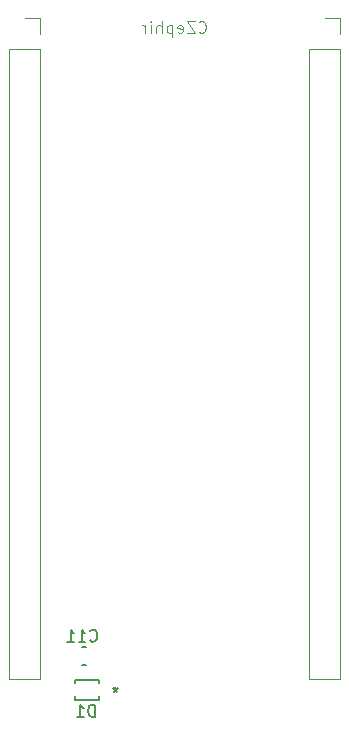
<source format=gbr>
%TF.GenerationSoftware,KiCad,Pcbnew,8.0.8*%
%TF.CreationDate,2025-02-25T12:41:36-05:00*%
%TF.ProjectId,pcb1,70636231-2e6b-4696-9361-645f70636258,rev?*%
%TF.SameCoordinates,Original*%
%TF.FileFunction,Legend,Bot*%
%TF.FilePolarity,Positive*%
%FSLAX46Y46*%
G04 Gerber Fmt 4.6, Leading zero omitted, Abs format (unit mm)*
G04 Created by KiCad (PCBNEW 8.0.8) date 2025-02-25 12:41:36*
%MOMM*%
%LPD*%
G01*
G04 APERTURE LIST*
%ADD10C,0.100000*%
%ADD11C,0.150000*%
%ADD12C,0.152400*%
%ADD13C,0.120000*%
G04 APERTURE END LIST*
D10*
X116324687Y-40477180D02*
X116372306Y-40524800D01*
X116372306Y-40524800D02*
X116515163Y-40572419D01*
X116515163Y-40572419D02*
X116610401Y-40572419D01*
X116610401Y-40572419D02*
X116753258Y-40524800D01*
X116753258Y-40524800D02*
X116848496Y-40429561D01*
X116848496Y-40429561D02*
X116896115Y-40334323D01*
X116896115Y-40334323D02*
X116943734Y-40143847D01*
X116943734Y-40143847D02*
X116943734Y-40000990D01*
X116943734Y-40000990D02*
X116896115Y-39810514D01*
X116896115Y-39810514D02*
X116848496Y-39715276D01*
X116848496Y-39715276D02*
X116753258Y-39620038D01*
X116753258Y-39620038D02*
X116610401Y-39572419D01*
X116610401Y-39572419D02*
X116515163Y-39572419D01*
X116515163Y-39572419D02*
X116372306Y-39620038D01*
X116372306Y-39620038D02*
X116324687Y-39667657D01*
X115991353Y-39572419D02*
X115324687Y-39572419D01*
X115324687Y-39572419D02*
X115991353Y-40572419D01*
X115991353Y-40572419D02*
X115324687Y-40572419D01*
X114562782Y-40524800D02*
X114658020Y-40572419D01*
X114658020Y-40572419D02*
X114848496Y-40572419D01*
X114848496Y-40572419D02*
X114943734Y-40524800D01*
X114943734Y-40524800D02*
X114991353Y-40429561D01*
X114991353Y-40429561D02*
X114991353Y-40048609D01*
X114991353Y-40048609D02*
X114943734Y-39953371D01*
X114943734Y-39953371D02*
X114848496Y-39905752D01*
X114848496Y-39905752D02*
X114658020Y-39905752D01*
X114658020Y-39905752D02*
X114562782Y-39953371D01*
X114562782Y-39953371D02*
X114515163Y-40048609D01*
X114515163Y-40048609D02*
X114515163Y-40143847D01*
X114515163Y-40143847D02*
X114991353Y-40239085D01*
X114086591Y-39905752D02*
X114086591Y-40905752D01*
X114086591Y-39953371D02*
X113991353Y-39905752D01*
X113991353Y-39905752D02*
X113800877Y-39905752D01*
X113800877Y-39905752D02*
X113705639Y-39953371D01*
X113705639Y-39953371D02*
X113658020Y-40000990D01*
X113658020Y-40000990D02*
X113610401Y-40096228D01*
X113610401Y-40096228D02*
X113610401Y-40381942D01*
X113610401Y-40381942D02*
X113658020Y-40477180D01*
X113658020Y-40477180D02*
X113705639Y-40524800D01*
X113705639Y-40524800D02*
X113800877Y-40572419D01*
X113800877Y-40572419D02*
X113991353Y-40572419D01*
X113991353Y-40572419D02*
X114086591Y-40524800D01*
X113181829Y-40572419D02*
X113181829Y-39572419D01*
X112753258Y-40572419D02*
X112753258Y-40048609D01*
X112753258Y-40048609D02*
X112800877Y-39953371D01*
X112800877Y-39953371D02*
X112896115Y-39905752D01*
X112896115Y-39905752D02*
X113038972Y-39905752D01*
X113038972Y-39905752D02*
X113134210Y-39953371D01*
X113134210Y-39953371D02*
X113181829Y-40000990D01*
X112277067Y-40572419D02*
X112277067Y-39905752D01*
X112277067Y-39572419D02*
X112324686Y-39620038D01*
X112324686Y-39620038D02*
X112277067Y-39667657D01*
X112277067Y-39667657D02*
X112229448Y-39620038D01*
X112229448Y-39620038D02*
X112277067Y-39572419D01*
X112277067Y-39572419D02*
X112277067Y-39667657D01*
X111800877Y-40572419D02*
X111800877Y-39905752D01*
X111800877Y-40096228D02*
X111753258Y-40000990D01*
X111753258Y-40000990D02*
X111705639Y-39953371D01*
X111705639Y-39953371D02*
X111610401Y-39905752D01*
X111610401Y-39905752D02*
X111515163Y-39905752D01*
D11*
X107538094Y-98454819D02*
X107538094Y-97454819D01*
X107538094Y-97454819D02*
X107299999Y-97454819D01*
X107299999Y-97454819D02*
X107157142Y-97502438D01*
X107157142Y-97502438D02*
X107061904Y-97597676D01*
X107061904Y-97597676D02*
X107014285Y-97692914D01*
X107014285Y-97692914D02*
X106966666Y-97883390D01*
X106966666Y-97883390D02*
X106966666Y-98026247D01*
X106966666Y-98026247D02*
X107014285Y-98216723D01*
X107014285Y-98216723D02*
X107061904Y-98311961D01*
X107061904Y-98311961D02*
X107157142Y-98407200D01*
X107157142Y-98407200D02*
X107299999Y-98454819D01*
X107299999Y-98454819D02*
X107538094Y-98454819D01*
X106014285Y-98454819D02*
X106585713Y-98454819D01*
X106299999Y-98454819D02*
X106299999Y-97454819D01*
X106299999Y-97454819D02*
X106395237Y-97597676D01*
X106395237Y-97597676D02*
X106490475Y-97692914D01*
X106490475Y-97692914D02*
X106585713Y-97740533D01*
X109279999Y-95924819D02*
X109279999Y-96162914D01*
X109518094Y-96067676D02*
X109279999Y-96162914D01*
X109279999Y-96162914D02*
X109041904Y-96067676D01*
X109422856Y-96353390D02*
X109279999Y-96162914D01*
X109279999Y-96162914D02*
X109137142Y-96353390D01*
X107119657Y-92002780D02*
X107167276Y-92050400D01*
X107167276Y-92050400D02*
X107310133Y-92098019D01*
X107310133Y-92098019D02*
X107405371Y-92098019D01*
X107405371Y-92098019D02*
X107548228Y-92050400D01*
X107548228Y-92050400D02*
X107643466Y-91955161D01*
X107643466Y-91955161D02*
X107691085Y-91859923D01*
X107691085Y-91859923D02*
X107738704Y-91669447D01*
X107738704Y-91669447D02*
X107738704Y-91526590D01*
X107738704Y-91526590D02*
X107691085Y-91336114D01*
X107691085Y-91336114D02*
X107643466Y-91240876D01*
X107643466Y-91240876D02*
X107548228Y-91145638D01*
X107548228Y-91145638D02*
X107405371Y-91098019D01*
X107405371Y-91098019D02*
X107310133Y-91098019D01*
X107310133Y-91098019D02*
X107167276Y-91145638D01*
X107167276Y-91145638D02*
X107119657Y-91193257D01*
X106167276Y-92098019D02*
X106738704Y-92098019D01*
X106452990Y-92098019D02*
X106452990Y-91098019D01*
X106452990Y-91098019D02*
X106548228Y-91240876D01*
X106548228Y-91240876D02*
X106643466Y-91336114D01*
X106643466Y-91336114D02*
X106738704Y-91383733D01*
X105214895Y-92098019D02*
X105786323Y-92098019D01*
X105500609Y-92098019D02*
X105500609Y-91098019D01*
X105500609Y-91098019D02*
X105595847Y-91240876D01*
X105595847Y-91240876D02*
X105691085Y-91336114D01*
X105691085Y-91336114D02*
X105786323Y-91383733D01*
D12*
%TO.C,D1*%
X105854500Y-95313500D02*
X105854500Y-95590360D01*
X105854500Y-96738440D02*
X105854500Y-97015300D01*
X105854500Y-97015300D02*
X107911900Y-97015300D01*
X107911900Y-95313500D02*
X105854500Y-95313500D01*
X107911900Y-95590360D02*
X107911900Y-95313500D01*
X107911900Y-97015300D02*
X107911900Y-96738440D01*
D13*
%TO.C,J3*%
X125670000Y-41910000D02*
X128330000Y-41910000D01*
X125670000Y-95310000D02*
X125670000Y-41910000D01*
X125670000Y-95310000D02*
X128330000Y-95310000D01*
X127000000Y-39310000D02*
X128330000Y-39310000D01*
X128330000Y-39310000D02*
X128330000Y-40640000D01*
X128330000Y-95310000D02*
X128330000Y-41910000D01*
%TO.C,J2*%
X100270000Y-41910000D02*
X102930000Y-41910000D01*
X100270000Y-95310000D02*
X100270000Y-41910000D01*
X100270000Y-95310000D02*
X102930000Y-95310000D01*
X101600000Y-39310000D02*
X102930000Y-39310000D01*
X102930000Y-39310000D02*
X102930000Y-40640000D01*
X102930000Y-95310000D02*
X102930000Y-41910000D01*
D12*
%TO.C,C11*%
X106441450Y-94068900D02*
X106816950Y-94068900D01*
X106816950Y-92570300D02*
X106441450Y-92570300D01*
%TD*%
M02*

</source>
